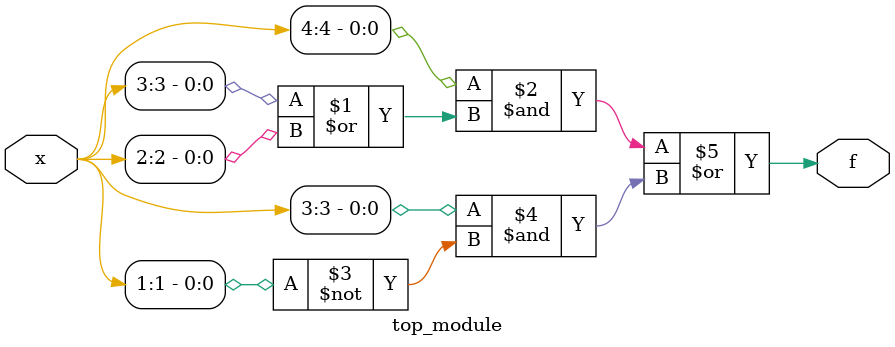
<source format=v>
module top_module (
    input [4:1] x, 
    output f );
    assign f = (x[4]&(x[3] | x[2])) | (x[3]&(~x[1]));
endmodule

</source>
